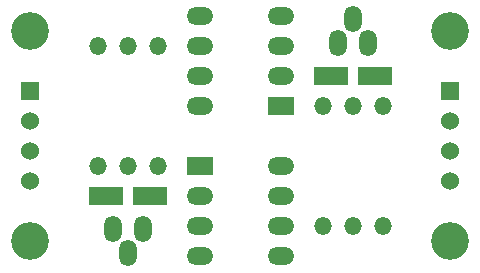
<source format=gts>
G04 (created by PCBNEW (2013-07-07 BZR 4022)-stable) date 5/5/2015 11:01:01 PM*
%MOIN*%
G04 Gerber Fmt 3.4, Leading zero omitted, Abs format*
%FSLAX34Y34*%
G01*
G70*
G90*
G04 APERTURE LIST*
%ADD10C,0.00590551*%
%ADD11O,0.059X0.0885*%
%ADD12O,0.059X0.059*%
%ADD13R,0.06X0.06*%
%ADD14C,0.06*%
%ADD15C,0.125984*%
%ADD16R,0.0885X0.059*%
%ADD17O,0.0885X0.059*%
%ADD18R,0.114X0.059*%
G04 APERTURE END LIST*
G54D10*
G54D11*
X83250Y-28102D03*
X82750Y-28897D03*
X82250Y-28102D03*
X89750Y-21897D03*
X90250Y-21102D03*
X90750Y-21897D03*
G54D12*
X81750Y-22000D03*
X81750Y-26000D03*
X89250Y-28000D03*
X89250Y-24000D03*
X82750Y-22000D03*
X82750Y-26000D03*
X91250Y-28000D03*
X91250Y-24000D03*
X83750Y-22000D03*
X83750Y-26000D03*
X90250Y-28000D03*
X90250Y-24000D03*
G54D13*
X79500Y-23500D03*
G54D14*
X79500Y-24500D03*
X79500Y-25500D03*
X79500Y-26500D03*
G54D13*
X93500Y-23500D03*
G54D14*
X93500Y-24500D03*
X93500Y-25500D03*
X93500Y-26500D03*
G54D15*
X79500Y-21500D03*
X93500Y-21500D03*
X93500Y-28500D03*
X79500Y-28500D03*
G54D16*
X85147Y-26000D03*
G54D17*
X85147Y-27000D03*
X85147Y-28000D03*
X85147Y-29000D03*
X87852Y-29000D03*
X87852Y-28000D03*
X87852Y-26000D03*
X87852Y-27000D03*
G54D16*
X87852Y-24000D03*
G54D17*
X87852Y-23000D03*
X87852Y-22000D03*
X87852Y-21000D03*
X85147Y-21000D03*
X85147Y-22000D03*
X85147Y-24000D03*
X85147Y-23000D03*
G54D18*
X83475Y-27000D03*
X82025Y-27000D03*
X89525Y-23000D03*
X90975Y-23000D03*
M02*

</source>
